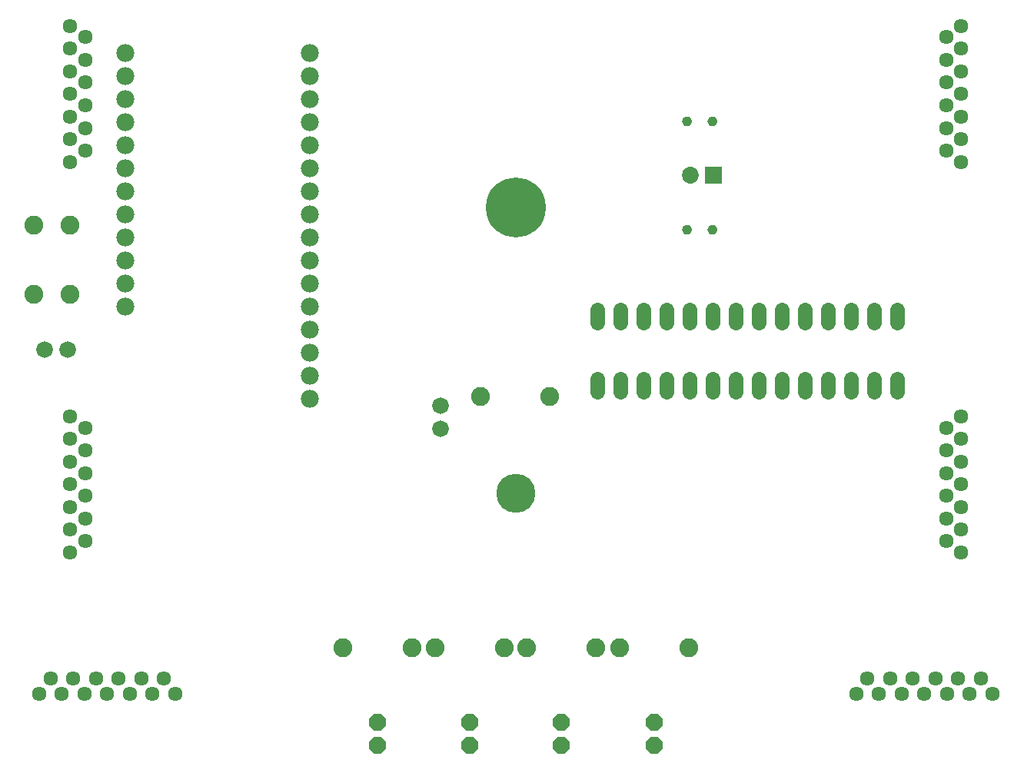
<source format=gts>
G75*
%MOIN*%
%OFA0B0*%
%FSLAX25Y25*%
%IPPOS*%
%LPD*%
%AMOC8*
5,1,8,0,0,1.08239X$1,22.5*
%
%ADD10C,0.25997*%
%ADD11C,0.16942*%
%ADD12C,0.07800*%
%ADD13C,0.06350*%
%ADD14C,0.08200*%
%ADD15C,0.07200*%
%ADD16C,0.00500*%
%ADD17R,0.07300X0.07300*%
%ADD18C,0.07300*%
%ADD19OC8,0.07400*%
%ADD20C,0.06400*%
D10*
X0241757Y0256435D03*
D11*
X0241757Y0132419D03*
D12*
X0152663Y0173561D03*
X0152663Y0183561D03*
X0152663Y0193561D03*
X0152663Y0203561D03*
X0152663Y0213561D03*
X0152663Y0223561D03*
X0152663Y0233561D03*
X0152663Y0243561D03*
X0152663Y0253561D03*
X0152663Y0263561D03*
X0152663Y0273561D03*
X0152663Y0283561D03*
X0152663Y0293561D03*
X0152663Y0303561D03*
X0152663Y0313561D03*
X0152663Y0323561D03*
X0072663Y0323561D03*
X0072663Y0313561D03*
X0072663Y0303561D03*
X0072663Y0293561D03*
X0072663Y0283561D03*
X0072663Y0273561D03*
X0072663Y0263561D03*
X0072663Y0253561D03*
X0072663Y0243561D03*
X0072663Y0233561D03*
X0072663Y0223561D03*
X0072663Y0213561D03*
D13*
X0035104Y0045490D03*
X0040025Y0051986D03*
X0044946Y0045490D03*
X0049868Y0051986D03*
X0054789Y0045490D03*
X0059710Y0051986D03*
X0064631Y0045490D03*
X0069553Y0051986D03*
X0074474Y0045490D03*
X0079395Y0051986D03*
X0084317Y0045490D03*
X0089238Y0051986D03*
X0094159Y0045490D03*
X0048529Y0106789D03*
X0055025Y0111711D03*
X0048529Y0116632D03*
X0055025Y0121553D03*
X0048529Y0126475D03*
X0055025Y0131396D03*
X0048529Y0136317D03*
X0055025Y0141238D03*
X0048529Y0146160D03*
X0055025Y0151081D03*
X0048529Y0156002D03*
X0055025Y0160923D03*
X0048529Y0165845D03*
X0048529Y0276160D03*
X0055025Y0281081D03*
X0048529Y0286002D03*
X0055025Y0290923D03*
X0048529Y0295845D03*
X0055025Y0300766D03*
X0048529Y0305687D03*
X0055025Y0310608D03*
X0048529Y0315530D03*
X0055025Y0320451D03*
X0048529Y0325372D03*
X0055025Y0330293D03*
X0048529Y0335215D03*
X0428490Y0330293D03*
X0434986Y0335215D03*
X0434986Y0325372D03*
X0428490Y0320451D03*
X0434986Y0315530D03*
X0428490Y0310608D03*
X0434986Y0305687D03*
X0428490Y0300766D03*
X0434986Y0295845D03*
X0428490Y0290923D03*
X0434986Y0286002D03*
X0428490Y0281081D03*
X0434986Y0276160D03*
X0434986Y0165845D03*
X0428490Y0160923D03*
X0434986Y0156002D03*
X0428490Y0151081D03*
X0434986Y0146160D03*
X0428490Y0141238D03*
X0434986Y0136317D03*
X0428490Y0131396D03*
X0434986Y0126475D03*
X0428490Y0121553D03*
X0434986Y0116632D03*
X0428490Y0111711D03*
X0434986Y0106789D03*
X0433647Y0051986D03*
X0428726Y0045490D03*
X0423805Y0051986D03*
X0418883Y0045490D03*
X0413962Y0051986D03*
X0409041Y0045490D03*
X0404120Y0051986D03*
X0399198Y0045490D03*
X0394277Y0051986D03*
X0389356Y0045490D03*
X0438569Y0045490D03*
X0443490Y0051986D03*
X0448411Y0045490D03*
D14*
X0316797Y0065490D03*
X0286797Y0065490D03*
X0276639Y0065490D03*
X0246639Y0065490D03*
X0236876Y0065490D03*
X0206876Y0065490D03*
X0196718Y0065490D03*
X0166718Y0065490D03*
X0226600Y0174309D03*
X0256600Y0174309D03*
X0048647Y0218679D03*
X0032860Y0218679D03*
X0032860Y0248679D03*
X0048647Y0248679D03*
D15*
X0047466Y0194782D03*
X0037466Y0194782D03*
X0209200Y0170509D03*
X0209200Y0160509D03*
D16*
X0314718Y0245691D02*
X0314507Y0246011D01*
X0314372Y0246369D01*
X0314320Y0246749D01*
X0314355Y0247149D01*
X0314478Y0247532D01*
X0314684Y0247878D01*
X0314961Y0248169D01*
X0315296Y0248391D01*
X0315672Y0248534D01*
X0316070Y0248589D01*
X0316463Y0248538D01*
X0316835Y0248400D01*
X0317167Y0248184D01*
X0317442Y0247899D01*
X0317648Y0247560D01*
X0317772Y0247184D01*
X0317810Y0246789D01*
X0317763Y0246406D01*
X0317633Y0246042D01*
X0317424Y0245717D01*
X0317149Y0245446D01*
X0316820Y0245243D01*
X0316454Y0245119D01*
X0316070Y0245079D01*
X0315689Y0245113D01*
X0315324Y0245231D01*
X0314995Y0245427D01*
X0314718Y0245691D01*
X0314794Y0245618D02*
X0317324Y0245618D01*
X0317660Y0246117D02*
X0314467Y0246117D01*
X0314338Y0246615D02*
X0317789Y0246615D01*
X0317779Y0247114D02*
X0314352Y0247114D01*
X0314526Y0247612D02*
X0317616Y0247612D01*
X0317237Y0248111D02*
X0314905Y0248111D01*
X0315667Y0245120D02*
X0316458Y0245120D01*
X0325392Y0246369D02*
X0325340Y0246749D01*
X0325375Y0247149D01*
X0325498Y0247532D01*
X0325704Y0247878D01*
X0325981Y0248169D01*
X0326316Y0248391D01*
X0326692Y0248534D01*
X0327090Y0248589D01*
X0327483Y0248538D01*
X0327855Y0248400D01*
X0328187Y0248184D01*
X0328462Y0247899D01*
X0328668Y0247560D01*
X0328792Y0247184D01*
X0328830Y0246789D01*
X0328783Y0246406D01*
X0328653Y0246042D01*
X0328444Y0245717D01*
X0328169Y0245446D01*
X0327840Y0245243D01*
X0327474Y0245119D01*
X0327090Y0245079D01*
X0326709Y0245113D01*
X0326344Y0245231D01*
X0326015Y0245427D01*
X0325738Y0245691D01*
X0325527Y0246011D01*
X0325392Y0246369D01*
X0325358Y0246615D02*
X0328809Y0246615D01*
X0328799Y0247114D02*
X0325372Y0247114D01*
X0325546Y0247612D02*
X0328636Y0247612D01*
X0328258Y0248111D02*
X0325926Y0248111D01*
X0325487Y0246117D02*
X0328680Y0246117D01*
X0328344Y0245618D02*
X0325815Y0245618D01*
X0326687Y0245120D02*
X0327478Y0245120D01*
X0327090Y0292079D02*
X0327474Y0292119D01*
X0327840Y0292243D01*
X0328169Y0292446D01*
X0328444Y0292717D01*
X0328653Y0293042D01*
X0328783Y0293406D01*
X0328830Y0293789D01*
X0328792Y0294184D01*
X0328668Y0294560D01*
X0328462Y0294899D01*
X0328187Y0295184D01*
X0327855Y0295400D01*
X0327483Y0295538D01*
X0327090Y0295589D01*
X0326692Y0295534D01*
X0326316Y0295391D01*
X0325981Y0295169D01*
X0325704Y0294878D01*
X0325498Y0294532D01*
X0325375Y0294149D01*
X0325340Y0293749D01*
X0325392Y0293369D01*
X0325527Y0293011D01*
X0325738Y0292691D01*
X0326015Y0292427D01*
X0326344Y0292231D01*
X0326709Y0292113D01*
X0327090Y0292079D01*
X0328202Y0292478D02*
X0325961Y0292478D01*
X0325549Y0292977D02*
X0328611Y0292977D01*
X0328792Y0293475D02*
X0325377Y0293475D01*
X0325360Y0293974D02*
X0328812Y0293974D01*
X0328697Y0294473D02*
X0325479Y0294473D01*
X0325792Y0294971D02*
X0328393Y0294971D01*
X0327668Y0295470D02*
X0326522Y0295470D01*
X0317772Y0294184D02*
X0317810Y0293789D01*
X0317763Y0293406D01*
X0317633Y0293042D01*
X0317424Y0292717D01*
X0317149Y0292446D01*
X0316820Y0292243D01*
X0316454Y0292119D01*
X0316070Y0292079D01*
X0315689Y0292113D01*
X0315324Y0292231D01*
X0314995Y0292427D01*
X0314718Y0292691D01*
X0314507Y0293011D01*
X0314372Y0293369D01*
X0314320Y0293749D01*
X0314355Y0294149D01*
X0314478Y0294532D01*
X0314684Y0294878D01*
X0314961Y0295169D01*
X0315296Y0295391D01*
X0315672Y0295534D01*
X0316070Y0295589D01*
X0316463Y0295538D01*
X0316835Y0295400D01*
X0317167Y0295184D01*
X0317442Y0294899D01*
X0317648Y0294560D01*
X0317772Y0294184D01*
X0317792Y0293974D02*
X0314340Y0293974D01*
X0314357Y0293475D02*
X0317772Y0293475D01*
X0317591Y0292977D02*
X0314529Y0292977D01*
X0314941Y0292478D02*
X0317182Y0292478D01*
X0317676Y0294473D02*
X0314459Y0294473D01*
X0314772Y0294971D02*
X0317373Y0294971D01*
X0316648Y0295470D02*
X0315502Y0295470D01*
D17*
X0327421Y0270309D03*
D18*
X0317579Y0270309D03*
D19*
X0301797Y0033089D03*
X0301797Y0023089D03*
X0261639Y0023089D03*
X0261639Y0033089D03*
X0221876Y0033089D03*
X0221876Y0023089D03*
X0181718Y0023089D03*
X0181718Y0033089D03*
D20*
X0277151Y0176509D02*
X0277151Y0182109D01*
X0287151Y0182109D02*
X0287151Y0176509D01*
X0297151Y0176509D02*
X0297151Y0182109D01*
X0307151Y0182109D02*
X0307151Y0176509D01*
X0317151Y0176509D02*
X0317151Y0182109D01*
X0327151Y0182109D02*
X0327151Y0176509D01*
X0337151Y0176509D02*
X0337151Y0182109D01*
X0347151Y0182109D02*
X0347151Y0176509D01*
X0357151Y0176509D02*
X0357151Y0182109D01*
X0367151Y0182109D02*
X0367151Y0176509D01*
X0377151Y0176509D02*
X0377151Y0182109D01*
X0387151Y0182109D02*
X0387151Y0176509D01*
X0397151Y0176509D02*
X0397151Y0182109D01*
X0407151Y0182109D02*
X0407151Y0176509D01*
X0407151Y0206509D02*
X0407151Y0212109D01*
X0397151Y0212109D02*
X0397151Y0206509D01*
X0387151Y0206509D02*
X0387151Y0212109D01*
X0377151Y0212109D02*
X0377151Y0206509D01*
X0367151Y0206509D02*
X0367151Y0212109D01*
X0357151Y0212109D02*
X0357151Y0206509D01*
X0347151Y0206509D02*
X0347151Y0212109D01*
X0337151Y0212109D02*
X0337151Y0206509D01*
X0327151Y0206509D02*
X0327151Y0212109D01*
X0317151Y0212109D02*
X0317151Y0206509D01*
X0307151Y0206509D02*
X0307151Y0212109D01*
X0297151Y0212109D02*
X0297151Y0206509D01*
X0287151Y0206509D02*
X0287151Y0212109D01*
X0277151Y0212109D02*
X0277151Y0206509D01*
M02*

</source>
